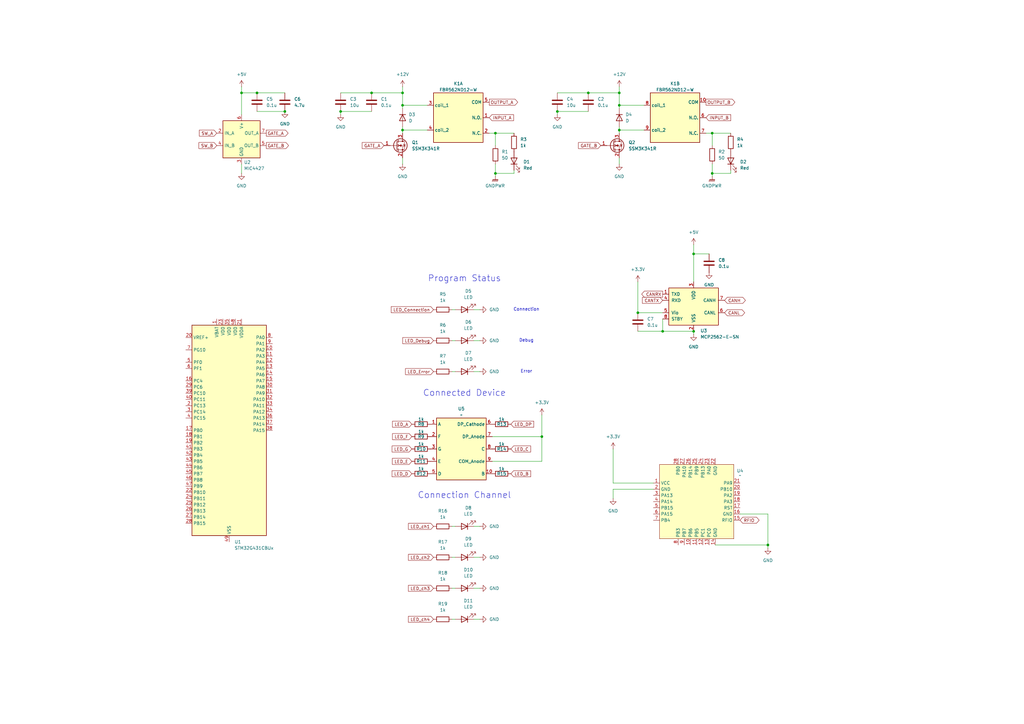
<source format=kicad_sch>
(kicad_sch (version 20231120) (generator "eeschema") (generator_version "8.0")
  (paper "A3")
  (lib_symbols
    (symbol "Device:C" (pin_numbers hide) (pin_names (offset 0.254))
      (property "Reference" "C" (at 0.635 2.54 0))
      (property "Value" "C" (at 0.635 -2.54 0))
      (symbol "C_0_1"
        (polyline (pts (xy -2.032 -0.762) (xy 2.032 -0.762)) (stroke (width 0.508)))
        (polyline (pts (xy -2.032 0.762) (xy 2.032 0.762)) (stroke (width 0.508)))
      )
      (symbol "C_1_1"
        (pin passive line (at 0 3.81 270) (length 2.794) (name "~") (number "1"))
        (pin passive line (at 0 -3.81 90) (length 2.794) (name "~") (number "2"))
      )
    )
    (symbol "Device:D" (pin_numbers hide) (pin_names (offset 1.016) hide)
      (property "Reference" "D" (at 0 2.54 0))
      (property "Value" "D" (at 0 -2.54 0))
      (symbol "D_0_1"
        (polyline (pts (xy -1.27 1.27) (xy -1.27 -1.27)) (stroke (width 0.254)))
        (polyline (pts (xy 1.27 0) (xy -1.27 0)))
        (polyline (pts (xy 1.27 1.27) (xy 1.27 -1.27) (xy -1.27 0) (xy 1.27 1.27)) (stroke (width 0.254)))
      )
      (symbol "D_1_1"
        (pin passive line (at -3.81 0 0) (length 2.54) (name "K") (number "1"))
        (pin passive line (at 3.81 0 180) (length 2.54) (name "A") (number "2"))
      )
    )
    (symbol "Device:LED" (pin_numbers hide) (pin_names (offset 1.016) hide)
      (property "Reference" "D" (at 0 2.54 0))
      (property "Value" "LED" (at 0 -2.54 0))
      (symbol "LED_0_1"
        (polyline (pts (xy -1.27 -1.27) (xy -1.27 1.27)) (stroke (width 0.254)))
        (polyline (pts (xy -1.27 0) (xy 1.27 0)))
        (polyline (pts (xy 1.27 -1.27) (xy 1.27 1.27) (xy -1.27 0) (xy 1.27 -1.27)) (stroke (width 0.254)))
        (polyline (pts (xy -3.048 -0.762) (xy -4.572 -2.286) (xy -3.81 -2.286) (xy -4.572 -2.286) (xy -4.572 -1.524)))
        (polyline (pts (xy -1.778 -0.762) (xy -3.302 -2.286) (xy -2.54 -2.286) (xy -3.302 -2.286) (xy -3.302 -1.524)))
      )
      (symbol "LED_1_1"
        (pin passive line (at -3.81 0 0) (length 2.54) (name "K") (number "1"))
        (pin passive line (at 3.81 0 180) (length 2.54) (name "A") (number "2"))
      )
    )
    (symbol "Device:Q_NMOS_GSD" (pin_names (offset 0) hide)
      (property "Reference" "Q" (at 5.08 1.27 0))
      (property "Value" "Q_NMOS_GSD" (at 5.08 -1.27 0))
      (symbol "Q_NMOS_GSD_0_1"
        (polyline (pts (xy 0.254 0) (xy -2.54 0)))
        (polyline (pts (xy 0.254 1.905) (xy 0.254 -1.905)) (stroke (width 0.254)))
        (polyline (pts (xy 0.762 -1.27) (xy 0.762 -2.286)) (stroke (width 0.254)))
        (polyline (pts (xy 0.762 0.508) (xy 0.762 -0.508)) (stroke (width 0.254)))
        (polyline (pts (xy 0.762 2.286) (xy 0.762 1.27)) (stroke (width 0.254)))
        (polyline (pts (xy 2.54 2.54) (xy 2.54 1.778)))
        (polyline (pts (xy 2.54 -2.54) (xy 2.54 0) (xy 0.762 0)))
        (polyline (pts (xy 0.762 -1.778) (xy 3.302 -1.778) (xy 3.302 1.778) (xy 0.762 1.778)))
        (polyline (pts (xy 1.016 0) (xy 2.032 0.381) (xy 2.032 -0.381) (xy 1.016 0)) (fill (type outline)))
        (polyline (pts (xy 2.794 0.508) (xy 2.921 0.381) (xy 3.683 0.381) (xy 3.81 0.254)))
        (polyline (pts (xy 3.302 0.381) (xy 2.921 -0.254) (xy 3.683 -0.254) (xy 3.302 0.381)))
        (circle (center 1.651 0) (radius 2.794) (stroke (width 0.254)))
        (circle (center 2.54 -1.778) (radius 0.254) (fill (type outline)))
        (circle (center 2.54 1.778) (radius 0.254) (fill (type outline)))
      )
      (symbol "Q_NMOS_GSD_1_1"
        (pin input line (at -5.08 0 0) (length 2.54) (name "G") (number "1"))
        (pin passive line (at 2.54 -5.08 90) (length 2.54) (name "S") (number "2"))
        (pin passive line (at 2.54 5.08 270) (length 2.54) (name "D") (number "3"))
      )
    )
    (symbol "Device:R" (pin_numbers hide) (pin_names (offset 0))
      (property "Reference" "R" (at 2.032 0 90))
      (property "Value" "R" (at 0 0 90))
      (symbol "R_0_1"
        (rectangle (start -1.016 -2.54) (end 1.016 2.54) (stroke (width 0.254)))
      )
      (symbol "R_1_1"
        (pin passive line (at 0 3.81 270) (length 1.27) (name "~") (number "1"))
        (pin passive line (at 0 -3.81 90) (length 1.27) (name "~") (number "2"))
      )
    )
    (symbol "Driver_FET:MIC4427"
      (property "Reference" "U" (at -7.62 8.89 0))
      (property "Value" "MIC4427" (at 1.27 8.89 0))
      (symbol "MIC4427_0_1"
        (rectangle (start -7.62 -7.62) (end 7.62 7.62) (stroke (width 0.254)) (fill (type background)))
      )
      (symbol "MIC4427_1_1"
        (pin no_connect line (at -7.62 0 0) (length 2.54) hide (name "NC") (number "1"))
        (pin input line (at -10.16 2.54 0) (length 2.54) (name "IN_A") (number "2"))
        (pin power_in line (at 0 -10.16 90) (length 2.54) (name "GND") (number "3"))
        (pin input line (at -10.16 -2.54 0) (length 2.54) (name "IN_B") (number "4"))
        (pin output line (at 10.16 -2.54 180) (length 2.54) (name "OUT_B") (number "5"))
        (pin power_in line (at 0 10.16 270) (length 2.54) (name "V+") (number "6"))
        (pin output line (at 10.16 2.54 180) (length 2.54) (name "OUT_A") (number "7"))
        (pin no_connect line (at 7.62 0 180) (length 2.54) hide (name "NC") (number "8"))
      )
    )
    (symbol "GN10_Parts:FBR562"
      (property "Reference" "K" (at 0 0 0))
      (property "Value" "FBR562ND12-W" (at 0 0 0))
      (symbol "FBR562_0_1"
        (rectangle (start -10.16 10.16) (end 10.16 -10.16) (stroke (width 0.254)) (fill (type background)))
      )
      (symbol "FBR562_1_1"
        (pin passive line (at 12.7 0 180) (length 2.54) (name "N.O.") (number "1"))
        (pin passive line (at 12.7 -6.35 180) (length 2.54) (name "N.C.") (number "2"))
        (pin passive line (at -12.7 5.08 0) (length 2.54) (name "coil_1") (number "3"))
        (pin passive line (at -12.7 -5.08 0) (length 2.54) (name "coil_2") (number "4"))
        (pin passive line (at 12.7 6.35 180) (length 2.54) (name "COM") (number "5"))
      )
      (symbol "FBR562_2_1"
        (pin passive line (at 12.7 6.35 180) (length 2.54) (name "COM") (number "10"))
        (pin passive line (at 12.7 0 180) (length 2.54) (name "N.O.") (number "6"))
        (pin passive line (at 12.7 -6.35 180) (length 2.54) (name "N.C.") (number "7"))
        (pin passive line (at -12.7 5.08 0) (length 2.54) (name "coil_1") (number "8"))
        (pin passive line (at -12.7 -5.08 0) (length 2.54) (name "coil_2") (number "9"))
      )
    )
    (symbol "GN10_Parts:OSL10326_IX"
      (property "Reference" "U" (at 0 13.97 0))
      (symbol "OSL10326_IX_1_1"
        (rectangle (start -10.16 12.7) (end 10.16 -12.7) (stroke (width 0.254)) (fill (type background)))
        (pin input line (at -12.7 10.16 0) (length 2.54) (name "A") (number "1"))
        (pin input line (at 12.7 -10.16 180) (length 2.54) (name "B") (number "10"))
        (pin input line (at -12.7 5.08 0) (length 2.54) (name "F") (number "2"))
        (pin input line (at -12.7 0 0) (length 2.54) (name "G") (number "3"))
        (pin input line (at -12.7 -5.08 0) (length 2.54) (name "E") (number "4"))
        (pin input line (at -12.7 -10.16 0) (length 2.54) (name "D") (number "5"))
        (pin input line (at 12.7 10.16 180) (length 2.54) (name "DP_Cathode") (number "6"))
        (pin input line (at 12.7 5.08 180) (length 2.54) (name "DP_Anode") (number "7"))
        (pin input line (at 12.7 0 180) (length 2.54) (name "C") (number "8"))
        (pin input line (at 12.7 -5.08 180) (length 2.54) (name "COM_Anode") (number "9"))
      )
    )
    (symbol "GN10_Parts:Wio-E5"
      (property "Reference" "U" (at 0 0 0))
      (symbol "Wio-E5_0_1"
        (rectangle (start -15.24 15.24) (end 15.24 -15.24) (fill (type background)))
      )
      (symbol "Wio-E5_1_1"
        (pin power_in line (at -17.78 7.62 0) (length 2.54) (name "VCC") (number "1"))
        (pin passive line (at -2.54 -17.78 90) (length 2.54) (name "PB6") (number "10"))
        (pin passive line (at 0 -17.78 90) (length 2.54) (name "PB5") (number "11"))
        (pin passive line (at 2.54 -17.78 90) (length 2.54) (name "PC1") (number "12"))
        (pin passive line (at 5.08 -17.78 90) (length 2.54) (name "PC0") (number "13"))
        (pin power_in line (at 7.62 -17.78 90) (length 2.54) (name "GND") (number "14"))
        (pin passive line (at 17.78 -7.62 180) (length 2.54) (name "RFIO") (number "15"))
        (pin power_in line (at 17.78 -5.08 180) (length 2.54) (name "GND") (number "16"))
        (pin passive line (at 17.78 -2.54 180) (length 2.54) (name "RST") (number "17"))
        (pin passive line (at 17.78 0 180) (length 2.54) (name "PA3") (number "18"))
        (pin passive line (at 17.78 2.54 180) (length 2.54) (name "PA2") (number "19"))
        (pin power_in line (at -17.78 5.08 0) (length 2.54) (name "GND") (number "2"))
        (pin passive line (at 17.78 5.08 180) (length 2.54) (name "PB10") (number "20"))
        (pin passive line (at 17.78 7.62 180) (length 2.54) (name "PA9") (number "21"))
        (pin power_in line (at 7.62 17.78 270) (length 2.54) (name "GND") (number "22"))
        (pin passive line (at 5.08 17.78 270) (length 2.54) (name "PA0") (number "23"))
        (pin passive line (at 2.54 17.78 270) (length 2.54) (name "PB13~{}") (number "24"))
        (pin passive line (at 0 17.78 270) (length 2.54) (name "PB9") (number "25"))
        (pin passive line (at -2.54 17.78 270) (length 2.54) (name "PB14") (number "26"))
        (pin passive line (at -5.08 17.78 270) (length 2.54) (name "PA10") (number "27"))
        (pin passive line (at -7.62 17.78 270) (length 2.54) (name "PB0") (number "28"))
        (pin passive line (at -17.78 2.54 0) (length 2.54) (name "PA13") (number "3"))
        (pin passive line (at -17.78 0 0) (length 2.54) (name "PA14") (number "4"))
        (pin passive line (at -17.78 -2.54 0) (length 2.54) (name "PB15") (number "5"))
        (pin passive line (at -17.78 -5.08 0) (length 2.54) (name "PA15") (number "6"))
        (pin passive line (at -17.78 -7.62 0) (length 2.54) (name "PB4") (number "7"))
        (pin passive line (at -7.62 -17.78 90) (length 2.54) (name "PB3") (number "8"))
        (pin passive line (at -5.08 -17.78 90) (length 2.54) (name "PB7") (number "9"))
      )
    )
    (symbol "Interface_CAN_LIN:MCP2562-E-SN" (pin_names (offset 1.016))
      (property "Reference" "U" (at -10.16 8.89 0))
      (property "Value" "MCP2562-E-SN" (at 2.54 8.89 0))
      (symbol "MCP2562-E-SN_0_1"
        (rectangle (start -10.16 7.62) (end 10.16 -7.62) (stroke (width 0.254)) (fill (type background)))
      )
      (symbol "MCP2562-E-SN_1_1"
        (pin input line (at -12.7 5.08 0) (length 2.54) (name "TXD") (number "1"))
        (pin power_in line (at 0 -10.16 90) (length 2.54) (name "VSS") (number "2"))
        (pin power_in line (at 0 10.16 270) (length 2.54) (name "VDD") (number "3"))
        (pin output line (at -12.7 2.54 0) (length 2.54) (name "RXD") (number "4"))
        (pin power_in line (at -12.7 -2.54 0) (length 2.54) (name "Vio") (number "5"))
        (pin bidirectional line (at 12.7 -2.54 180) (length 2.54) (name "CANL") (number "6"))
        (pin bidirectional line (at 12.7 2.54 180) (length 2.54) (name "CANH") (number "7"))
        (pin input line (at -12.7 -5.08 0) (length 2.54) (name "STBY") (number "8"))
      )
    )
    (symbol "MCU_ST_STM32G4:STM32G431CBUx"
      (property "Reference" "U" (at -15.24 44.45 0))
      (property "Value" "STM32G431CBUx" (at 7.62 44.45 0))
      (symbol "STM32G431CBUx_0_1"
        (rectangle (start -15.24 -43.18) (end 15.24 43.18) (stroke (width 0.254)) (fill (type background)))
      )
      (symbol "STM32G431CBUx_1_1"
        (pin power_in line (at -5.08 45.72 270) (length 2.54) (name "VBAT") (number "1"))
        (pin bidirectional line (at 17.78 33.02 180) (length 2.54) (name "PA2") (number "10"))
        (pin bidirectional line (at 17.78 30.48 180) (length 2.54) (name "PA3") (number "11"))
        (pin bidirectional line (at 17.78 27.94 180) (length 2.54) (name "PA4") (number "12"))
        (pin bidirectional line (at 17.78 25.4 180) (length 2.54) (name "PA5") (number "13"))
        (pin bidirectional line (at 17.78 22.86 180) (length 2.54) (name "PA6") (number "14"))
        (pin bidirectional line (at 17.78 20.32 180) (length 2.54) (name "PA7") (number "15"))
        (pin bidirectional line (at -17.78 20.32 0) (length 2.54) (name "PC4") (number "16"))
        (pin bidirectional line (at -17.78 0 0) (length 2.54) (name "PB0") (number "17"))
        (pin bidirectional line (at -17.78 -2.54 0) (length 2.54) (name "PB1") (number "18"))
        (pin bidirectional line (at -17.78 -5.08 0) (length 2.54) (name "PB2") (number "19"))
        (pin bidirectional line (at -17.78 10.16 0) (length 2.54) (name "PC13") (number "2"))
        (pin input line (at -17.78 38.1 0) (length 2.54) (name "VREF+") (number "20"))
        (pin power_in line (at 5.08 45.72 270) (length 2.54) (name "VDDA") (number "21"))
        (pin bidirectional line (at -17.78 -25.4 0) (length 2.54) (name "PB10") (number "22"))
        (pin power_in line (at -2.54 45.72 270) (length 2.54) (name "VDD") (number "23"))
        (pin bidirectional line (at -17.78 -27.94 0) (length 2.54) (name "PB11") (number "24"))
        (pin bidirectional line (at -17.78 -30.48 0) (length 2.54) (name "PB12") (number "25"))
        (pin bidirectional line (at -17.78 -33.02 0) (length 2.54) (name "PB13") (number "26"))
        (pin bidirectional line (at -17.78 -35.56 0) (length 2.54) (name "PB14") (number "27"))
        (pin bidirectional line (at -17.78 -38.1 0) (length 2.54) (name "PB15") (number "28"))
        (pin bidirectional line (at -17.78 17.78 0) (length 2.54) (name "PC6") (number "29"))
        (pin bidirectional line (at -17.78 7.62 0) (length 2.54) (name "PC14") (number "3"))
        (pin bidirectional line (at 17.78 17.78 180) (length 2.54) (name "PA8") (number "30"))
        (pin bidirectional line (at 17.78 15.24 180) (length 2.54) (name "PA9") (number "31"))
        (pin bidirectional line (at 17.78 12.7 180) (length 2.54) (name "PA10") (number "32"))
        (pin bidirectional line (at 17.78 10.16 180) (length 2.54) (name "PA11") (number "33"))
        (pin bidirectional line (at 17.78 7.62 180) (length 2.54) (name "PA12") (number "34"))
        (pin power_in line (at 0 45.72 270) (length 2.54) (name "VDD") (number "35"))
        (pin bidirectional line (at 17.78 5.08 180) (length 2.54) (name "PA13") (number "36"))
        (pin bidirectional line (at 17.78 2.54 180) (length 2.54) (name "PA14") (number "37"))
        (pin bidirectional line (at 17.78 0 180) (length 2.54) (name "PA15") (number "38"))
        (pin bidirectional line (at -17.78 15.24 0) (length 2.54) (name "PC10") (number "39"))
        (pin bidirectional line (at -17.78 5.08 0) (length 2.54) (name "PC15") (number "4"))
        (pin bidirectional line (at -17.78 12.7 0) (length 2.54) (name "PC11") (number "40"))
        (pin bidirectional line (at -17.78 -7.62 0) (length 2.54) (name "PB3") (number "41"))
        (pin bidirectional line (at -17.78 -10.16 0) (length 2.54) (name "PB4") (number "42"))
        (pin bidirectional line (at -17.78 -12.7 0) (length 2.54) (name "PB5") (number "43"))
        (pin bidirectional line (at -17.78 -15.24 0) (length 2.54) (name "PB6") (number "44"))
        (pin bidirectional line (at -17.78 -17.78 0) (length 2.54) (name "PB7") (number "45"))
        (pin bidirectional line (at -17.78 -20.32 0) (length 2.54) (name "PB8") (number "46"))
        (pin bidirectional line (at -17.78 -22.86 0) (length 2.54) (name "PB9") (number "47"))
        (pin power_in line (at 2.54 45.72 270) (length 2.54) (name "VDD") (number "48"))
        (pin power_in line (at 0 -45.72 90) (length 2.54) (name "VSS") (number "49"))
        (pin bidirectional line (at -17.78 27.94 0) (length 2.54) (name "PF0") (number "5"))
        (pin bidirectional line (at -17.78 25.4 0) (length 2.54) (name "PF1") (number "6"))
        (pin bidirectional line (at -17.78 33.02 0) (length 2.54) (name "PG10") (number "7"))
        (pin bidirectional line (at 17.78 38.1 180) (length 2.54) (name "PA0") (number "8"))
        (pin bidirectional line (at 17.78 35.56 180) (length 2.54) (name "PA1") (number "9"))
      )
    )
    (symbol "power:+12V" (power) (pin_numbers hide) (pin_names (offset 0) hide)
      (property "Value" "+12V" (at 0 3.556 0))
      (symbol "+12V_0_1"
        (polyline (pts (xy -0.762 1.27) (xy 0 2.54)))
        (polyline (pts (xy 0 0) (xy 0 2.54)))
        (polyline (pts (xy 0 2.54) (xy 0.762 1.27)))
      )
      (symbol "+12V_1_1"
        (pin power_in line (at 0 0 90) (length 0) (name "~") (number "1"))
      )
    )
    (symbol "power:+3.3V" (power) (pin_numbers hide) (pin_names (offset 0) hide)
      (property "Value" "+3.3V" (at 0 3.556 0))
      (symbol "+3.3V_0_1"
        (polyline (pts (xy -0.762 1.27) (xy 0 2.54)))
        (polyline (pts (xy 0 0) (xy 0 2.54)))
        (polyline (pts (xy 0 2.54) (xy 0.762 1.27)))
      )
      (symbol "+3.3V_1_1"
        (pin power_in line (at 0 0 90) (length 0) (name "~") (number "1"))
      )
    )
    (symbol "power:+5V" (power) (pin_numbers hide) (pin_names (offset 0) hide)
      (property "Value" "+5V" (at 0 3.556 0))
      (symbol "+5V_0_1"
        (polyline (pts (xy -0.762 1.27) (xy 0 2.54)))
        (polyline (pts (xy 0 0) (xy 0 2.54)))
        (polyline (pts (xy 0 2.54) (xy 0.762 1.27)))
      )
      (symbol "+5V_1_1"
        (pin power_in line (at 0 0 90) (length 0) (name "~") (number "1"))
      )
    )
    (symbol "power:GND" (power) (pin_numbers hide) (pin_names (offset 0) hide)
      (property "Value" "GND" (at 0 -3.81 0))
      (symbol "GND_0_1"
        (polyline (pts (xy 0 0) (xy 0 -1.27) (xy 1.27 -1.27) (xy 0 -2.54) (xy -1.27 -1.27) (xy 0 -1.27)))
      )
      (symbol "GND_1_1"
        (pin power_in line (at 0 0 270) (length 0) (name "~") (number "1"))
      )
    )
    (symbol "power:GNDPWR" (power) (pin_numbers hide) (pin_names (offset 0) hide)
      (property "Value" "GNDPWR" (at 0 -3.302 0))
      (symbol "GNDPWR_0_1"
        (polyline (pts (xy 0 -1.27) (xy 0 0)))
        (polyline (pts (xy -1.016 -1.27) (xy -1.27 -2.032) (xy -1.27 -2.032)) (stroke (width 0.2032)))
        (polyline (pts (xy -0.508 -1.27) (xy -0.762 -2.032) (xy -0.762 -2.032)) (stroke (width 0.2032)))
        (polyline (pts (xy 0 -1.27) (xy -0.254 -2.032) (xy -0.254 -2.032)) (stroke (width 0.2032)))
        (polyline (pts (xy 0.508 -1.27) (xy 0.254 -2.032) (xy 0.254 -2.032)) (stroke (width 0.2032)))
        (polyline (pts (xy 1.016 -1.27) (xy -1.016 -1.27) (xy -1.016 -1.27)) (stroke (width 0.2032)))
        (polyline (pts (xy 1.016 -1.27) (xy 0.762 -2.032) (xy 0.762 -2.032) (xy 0.762 -2.032)) (stroke (width 0.2032)))
      )
      (symbol "GNDPWR_1_1"
        (pin power_in line (at 0 0 270) (length 0) (name "~") (number "1"))
      )
    )
  )
  (junction (at 314.96 223.52))
  (junction (at 203.2 54.61))
  (junction (at 99.06 38.1))
  (junction (at 254 38.1))
  (junction (at 139.7 45.72))
  (junction (at 116.84 45.72))
  (junction (at 254 53.34))
  (junction (at 292.1 54.61))
  (junction (at 152.4 38.1))
  (junction (at 228.6 45.72))
  (junction (at 165.1 38.1))
  (junction (at 165.1 53.34))
  (junction (at 284.48 104.14))
  (junction (at 203.2 71.12))
  (junction (at 222.25 179.07))
  (junction (at 271.78 135.89))
  (junction (at 241.3 38.1))
  (junction (at 284.48 135.89))
  (junction (at 292.1 71.12))
  (junction (at 105.41 38.1))
  (junction (at 165.1 43.18))
  (junction (at 261.62 128.27))
  (junction (at 254 43.18))
  (wire (pts (xy 222.25 170.18) (xy 222.25 179.07)))
  (wire (pts (xy 251.46 204.47) (xy 251.46 200.66)))
  (wire (pts (xy 185.42 254) (xy 186.69 254)))
  (wire (pts (xy 292.1 67.31) (xy 292.1 71.12)))
  (wire (pts (xy 105.41 38.1) (xy 116.84 38.1)))
  (wire (pts (xy 194.31 152.4) (xy 196.85 152.4)))
  (wire (pts (xy 201.93 179.07) (xy 222.25 179.07)))
  (wire (pts (xy 139.7 45.72) (xy 152.4 45.72)))
  (wire (pts (xy 203.2 67.31) (xy 203.2 71.12)))
  (wire (pts (xy 292.1 59.69) (xy 292.1 54.61)))
  (wire (pts (xy 299.72 71.12) (xy 292.1 71.12)))
  (wire (pts (xy 139.7 46.99) (xy 139.7 45.72)))
  (wire (pts (xy 292.1 54.61) (xy 299.72 54.61)))
  (wire (pts (xy 194.31 215.9) (xy 196.85 215.9)))
  (wire (pts (xy 165.1 53.34) (xy 165.1 54.61)))
  (wire (pts (xy 194.31 254) (xy 196.85 254)))
  (wire (pts (xy 194.31 241.3) (xy 196.85 241.3)))
  (wire (pts (xy 314.96 223.52) (xy 314.96 210.82)))
  (wire (pts (xy 292.1 71.12) (xy 292.1 72.39)))
  (wire (pts (xy 254 64.77) (xy 254 67.31)))
  (wire (pts (xy 165.1 43.18) (xy 165.1 44.45)))
  (wire (pts (xy 194.31 228.6) (xy 196.85 228.6)))
  (wire (pts (xy 292.1 54.61) (xy 289.56 54.61)))
  (wire (pts (xy 251.46 198.12) (xy 267.97 198.12)))
  (wire (pts (xy 203.2 54.61) (xy 200.66 54.61)))
  (wire (pts (xy 165.1 38.1) (xy 165.1 43.18)))
  (wire (pts (xy 185.42 241.3) (xy 186.69 241.3)))
  (wire (pts (xy 165.1 43.18) (xy 175.26 43.18)))
  (wire (pts (xy 271.78 135.89) (xy 284.48 135.89)))
  (wire (pts (xy 210.82 69.85) (xy 210.82 71.12)))
  (wire (pts (xy 185.42 215.9) (xy 186.69 215.9)))
  (wire (pts (xy 254 53.34) (xy 264.16 53.34)))
  (wire (pts (xy 203.2 54.61) (xy 210.82 54.61)))
  (wire (pts (xy 185.42 228.6) (xy 186.69 228.6)))
  (wire (pts (xy 165.1 64.77) (xy 165.1 67.31)))
  (wire (pts (xy 284.48 135.89) (xy 284.48 137.16)))
  (wire (pts (xy 228.6 45.72) (xy 228.6 46.99)))
  (wire (pts (xy 203.2 59.69) (xy 203.2 54.61)))
  (wire (pts (xy 152.4 38.1) (xy 165.1 38.1)))
  (wire (pts (xy 175.26 53.34) (xy 165.1 53.34)))
  (wire (pts (xy 284.48 104.14) (xy 290.83 104.14)))
  (wire (pts (xy 284.48 100.33) (xy 284.48 104.14)))
  (wire (pts (xy 210.82 71.12) (xy 203.2 71.12)))
  (wire (pts (xy 271.78 130.81) (xy 271.78 135.89)))
  (wire (pts (xy 165.1 35.56) (xy 165.1 38.1)))
  (wire (pts (xy 261.62 135.89) (xy 271.78 135.89)))
  (wire (pts (xy 222.25 179.07) (xy 222.25 189.23)))
  (wire (pts (xy 99.06 38.1) (xy 99.06 46.99)))
  (wire (pts (xy 314.96 224.79) (xy 314.96 223.52)))
  (wire (pts (xy 254 35.56) (xy 254 38.1)))
  (wire (pts (xy 228.6 45.72) (xy 241.3 45.72)))
  (wire (pts (xy 254 52.07) (xy 254 53.34)))
  (wire (pts (xy 261.62 115.57) (xy 261.62 128.27)))
  (wire (pts (xy 165.1 53.34) (xy 165.1 52.07)))
  (wire (pts (xy 299.72 69.85) (xy 299.72 71.12)))
  (wire (pts (xy 241.3 38.1) (xy 254 38.1)))
  (wire (pts (xy 314.96 210.82) (xy 303.53 210.82)))
  (wire (pts (xy 254 54.61) (xy 254 53.34)))
  (wire (pts (xy 194.31 127) (xy 196.85 127)))
  (wire (pts (xy 254 43.18) (xy 254 44.45)))
  (wire (pts (xy 293.37 223.52) (xy 314.96 223.52)))
  (wire (pts (xy 139.7 38.1) (xy 152.4 38.1)))
  (wire (pts (xy 185.42 152.4) (xy 186.69 152.4)))
  (wire (pts (xy 228.6 38.1) (xy 241.3 38.1)))
  (wire (pts (xy 105.41 45.72) (xy 116.84 45.72)))
  (wire (pts (xy 99.06 38.1) (xy 105.41 38.1)))
  (wire (pts (xy 99.06 35.56) (xy 99.06 38.1)))
  (wire (pts (xy 254 38.1) (xy 254 43.18)))
  (wire (pts (xy 254 43.18) (xy 264.16 43.18)))
  (wire (pts (xy 251.46 184.15) (xy 251.46 198.12)))
  (wire (pts (xy 284.48 104.14) (xy 284.48 115.57)))
  (wire (pts (xy 194.31 139.7) (xy 196.85 139.7)))
  (wire (pts (xy 251.46 200.66) (xy 267.97 200.66)))
  (wire (pts (xy 185.42 139.7) (xy 186.69 139.7)))
  (wire (pts (xy 261.62 128.27) (xy 271.78 128.27)))
  (wire (pts (xy 99.06 67.31) (xy 99.06 71.12)))
  (wire (pts (xy 203.2 71.12) (xy 203.2 72.39)))
  (wire (pts (xy 222.25 189.23) (xy 201.93 189.23)))
  (wire (pts (xy 185.42 127) (xy 186.69 127)))
  (text "Debug" (at 215.9 139.7 0) (effects (font (size 1.27 1.27))))
  (text "Connected Device" (at 190.5 161.29 0) (effects (font (size 2.54 2.54))))
  (text "Connection" (at 215.9 127 0) (effects (font (size 1.27 1.27))))
  (text "Connection Channel" (at 190.5 203.2 0) (effects (font (size 2.54 2.54))))
  (text "Program Status" (at 190.5 114.3 0) (effects (font (size 2.54 2.54))))
  (text "Error" (at 215.8999 152.3954 0) (effects (font (size 1.27 1.27))))
  (global_label "LED_Error" (shape input) (at 177.8 152.4 180) (property "Intersheetrefs" "${INTERSHEET_REFS}" (effects (hide yes))))
  (global_label "GATE_A" (shape output) (at 109.22 54.61 0) (property "Intersheetrefs" "${INTERSHEET_REFS}" (effects (hide yes))))
  (global_label "CANRX" (shape output) (at 271.78 120.65 180) (property "Intersheetrefs" "${INTERSHEET_REFS}" (effects (hide yes))))
  (global_label "LED_A" (shape input) (at 168.91 173.99 180) (property "Intersheetrefs" "${INTERSHEET_REFS}" (effects (hide yes))))
  (global_label "LED_ch1" (shape input) (at 177.8 215.9 180) (property "Intersheetrefs" "${INTERSHEET_REFS}" (effects (hide yes))))
  (global_label "LED_ch3" (shape input) (at 177.8 241.3 180) (property "Intersheetrefs" "${INTERSHEET_REFS}" (effects (hide yes))))
  (global_label "CANTX" (shape input) (at 271.78 123.19 180) (property "Intersheetrefs" "${INTERSHEET_REFS}" (effects (hide yes))))
  (global_label "CANH" (shape bidirectional) (at 297.18 123.19 0) (property "Intersheetrefs" "${INTERSHEET_REFS}" (effects (hide yes))))
  (global_label "LED_Connection" (shape input) (at 177.8 127 180) (property "Intersheetrefs" "${INTERSHEET_REFS}" (effects (hide yes))))
  (global_label "SW_A" (shape input) (at 88.9 54.61 180) (property "Intersheetrefs" "${INTERSHEET_REFS}" (effects (hide yes))))
  (global_label "LED_E" (shape input) (at 168.91 189.23 180) (property "Intersheetrefs" "${INTERSHEET_REFS}" (effects (hide yes))))
  (global_label "LED_DP" (shape input) (at 209.55 173.99 0) (property "Intersheetrefs" "${INTERSHEET_REFS}" (effects (hide yes))))
  (global_label "LED_B" (shape input) (at 209.55 194.31 0) (property "Intersheetrefs" "${INTERSHEET_REFS}" (effects (hide yes))))
  (global_label "INPUT_A" (shape input) (at 200.66 48.26 0) (property "Intersheetrefs" "${INTERSHEET_REFS}" (effects (hide yes))))
  (global_label "GATE_A" (shape input) (at 157.48 59.69 180) (property "Intersheetrefs" "${INTERSHEET_REFS}" (effects (hide yes))))
  (global_label "GATE_B" (shape output) (at 109.22 59.69 0) (property "Intersheetrefs" "${INTERSHEET_REFS}" (effects (hide yes))))
  (global_label "LED_Debug" (shape input) (at 177.8 139.7 180) (property "Intersheetrefs" "${INTERSHEET_REFS}" (effects (hide yes))))
  (global_label "OUTPUT_B" (shape output) (at 289.56 41.91 0) (property "Intersheetrefs" "${INTERSHEET_REFS}" (effects (hide yes))))
  (global_label "LED_G" (shape input) (at 168.91 184.15 180) (property "Intersheetrefs" "${INTERSHEET_REFS}" (effects (hide yes))))
  (global_label "OUTPUT_A" (shape output) (at 200.66 41.91 0) (property "Intersheetrefs" "${INTERSHEET_REFS}" (effects (hide yes))))
  (global_label "GATE_B" (shape input) (at 246.38 59.69 180) (property "Intersheetrefs" "${INTERSHEET_REFS}" (effects (hide yes))))
  (global_label "LED_C" (shape input) (at 209.55 184.15 0) (property "Intersheetrefs" "${INTERSHEET_REFS}" (effects (hide yes))))
  (global_label "LED_F" (shape input) (at 168.91 179.07 180) (property "Intersheetrefs" "${INTERSHEET_REFS}" (effects (hide yes))))
  (global_label "INPUT_B" (shape input) (at 289.56 48.26 0) (property "Intersheetrefs" "${INTERSHEET_REFS}" (effects (hide yes))))
  (global_label "LED_ch2" (shape input) (at 177.8 228.6 180) (property "Intersheetrefs" "${INTERSHEET_REFS}" (effects (hide yes))))
  (global_label "LED_ch4" (shape input) (at 177.8 254 180) (property "Intersheetrefs" "${INTERSHEET_REFS}" (effects (hide yes))))
  (global_label "LED_D" (shape input) (at 168.91 194.31 180) (property "Intersheetrefs" "${INTERSHEET_REFS}" (effects (hide yes))))
  (global_label "RFIO" (shape bidirectional) (at 303.53 213.36 0) (property "Intersheetrefs" "${INTERSHEET_REFS}" (effects (hide yes))))
  (global_label "SW_B" (shape input) (at 88.9 59.69 180) (property "Intersheetrefs" "${INTERSHEET_REFS}" (effects (hide yes))))
  (global_label "CANL" (shape bidirectional) (at 297.18 128.27 0) (property "Intersheetrefs" "${INTERSHEET_REFS}" (effects (hide yes))))
  (symbol (lib_id "Device:R") (at 205.74 194.31 90) (unit 1)
    (property "Reference" "R15" (at 205.74 194.31 90))
    (property "Value" "1k" (at 205.74 192.278 90))
    (property "Description" "Resistor" (effects (hide yes)))
  )
  (symbol (lib_id "power:+3.3V") (at 222.25 170.18 0) (unit 1)
    (property "Reference" "#PWR022" (effects (hide yes)))
    (property "Value" "+3.3V" (at 222.25 165.1 0))
    (property "Description" "Power symbol creates a global label with name \"+3.3V\"" (effects (hide yes)))
  )
  (symbol (lib_id "Device:D") (at 254 48.26 270) (unit 1)
    (property "Reference" "D4" (at 256.54 46.9899 90) (effects (justify left)))
    (property "Value" "D" (at 256.54 49.5299 90) (effects (justify left)))
    (property "Description" "Diode" (effects (hide yes)))
    (property "Sim.Device" "D" (effects (hide yes)))
    (property "Sim.Pins" "1=K 2=A" (effects (hide yes)))
  )
  (symbol (lib_id "Device:LED") (at 190.5 152.4 180) (unit 1)
    (property "Reference" "D7" (at 192.0875 144.78 0))
    (property "Value" "LED" (at 192.0875 147.32 0))
    (property "Description" "Light emitting diode" (effects (hide yes)))
  )
  (symbol (lib_id "power:GND") (at 254 67.31 0) (unit 1)
    (property "Reference" "#PWR06" (effects (hide yes)))
    (property "Value" "GND" (at 254 72.39 0))
    (property "Description" "Power symbol creates a global label with name \"GND\" , ground" (effects (hide yes)))
  )
  (symbol (lib_id "Device:R") (at 181.61 139.7 90) (unit 1)
    (property "Reference" "R6" (at 181.61 133.35 90))
    (property "Value" "1k" (at 181.61 135.89 90))
    (property "Description" "Resistor" (effects (hide yes)))
  )
  (symbol (lib_id "power:GND") (at 165.1 67.31 0) (unit 1)
    (property "Reference" "#PWR05" (effects (hide yes)))
    (property "Value" "GND" (at 165.1 72.39 0))
    (property "Description" "Power symbol creates a global label with name \"GND\" , ground" (effects (hide yes)))
  )
  (symbol (lib_id "GN10_Parts:FBR562") (at 276.86 48.26 0) (unit 2)
    (property "Reference" "K1" (at 276.86 34.29 0))
    (property "Value" "FBR562ND12-W" (at 276.86 36.83 0))
    (property "Footprint" "GN10_Parts:FBR562" (effects (hide yes)))
    (property "Datasheet" "https://docs.rs-online.com/b128/A700000006723828.pdf" (effects (hide yes)))
    (property "Description" "生産終了品" (effects (hide yes)))
  )
  (symbol (lib_id "Device:R") (at 172.72 194.31 90) (unit 1)
    (property "Reference" "R12" (at 172.72 194.31 90))
    (property "Value" "1k" (at 172.72 192.278 90))
    (property "Description" "Resistor" (effects (hide yes)))
  )
  (symbol (lib_id "Device:C") (at 290.83 107.95 0) (unit 1)
    (property "Reference" "C8" (at 294.64 106.6799 0) (effects (justify left)))
    (property "Value" "0.1u" (at 294.64 109.2199 0) (effects (justify left)))
    (property "Description" "Unpolarized capacitor" (effects (hide yes)))
  )
  (symbol (lib_id "power:GND") (at 196.85 228.6 90) (unit 1)
    (property "Reference" "#PWR024" (effects (hide yes)))
    (property "Value" "GND" (at 200.66 228.5999 90) (effects (justify right)))
    (property "Description" "Power symbol creates a global label with name \"GND\" , ground" (effects (hide yes)))
  )
  (symbol (lib_id "power:GND") (at 139.7 46.99 0) (unit 1)
    (property "Reference" "#PWR011" (effects (hide yes)))
    (property "Value" "GND" (at 139.7 52.07 0))
    (property "Description" "Power symbol creates a global label with name \"GND\" , ground" (effects (hide yes)))
  )
  (symbol (lib_id "power:GND") (at 196.85 215.9 90) (unit 1)
    (property "Reference" "#PWR023" (effects (hide yes)))
    (property "Value" "GND" (at 200.66 215.8999 90) (effects (justify right)))
    (property "Description" "Power symbol creates a global label with name \"GND\" , ground" (effects (hide yes)))
  )
  (symbol (lib_id "Device:R") (at 292.1 63.5 0) (unit 1)
    (property "Reference" "R2" (at 294.64 62.2299 0) (effects (justify left)))
    (property "Value" "50" (at 294.64 64.7699 0) (effects (justify left)))
    (property "Description" "Resistor" (effects (hide yes)))
  )
  (symbol (lib_id "Device:LED") (at 190.5 228.6 180) (unit 1)
    (property "Reference" "D9" (at 192.0875 220.98 0))
    (property "Value" "LED" (at 192.0875 223.52 0))
    (property "Description" "Light emitting diode" (effects (hide yes)))
  )
  (symbol (lib_id "power:GND") (at 196.85 254 90) (unit 1)
    (property "Reference" "#PWR026" (effects (hide yes)))
    (property "Value" "GND" (at 200.66 253.9999 90) (effects (justify right)))
    (property "Description" "Power symbol creates a global label with name \"GND\" , ground" (effects (hide yes)))
  )
  (symbol (lib_id "GN10_Parts:OSL10326_IX") (at 189.23 184.15 0) (unit 1)
    (property "Reference" "U5" (at 189.23 167.64 0))
    (property "Value" "~" (at 189.23 170.18 0))
  )
  (symbol (lib_id "power:GND") (at 290.83 111.76 0) (unit 1)
    (property "Reference" "#PWR015" (effects (hide yes)))
    (property "Value" "GND" (at 290.83 116.84 0))
    (property "Description" "Power symbol creates a global label with name \"GND\" , ground" (effects (hide yes)))
  )
  (symbol (lib_id "power:GND") (at 99.06 71.12 0) (unit 1)
    (property "Reference" "#PWR09" (effects (hide yes)))
    (property "Value" "GND" (at 99.06 76.2 0))
    (property "Description" "Power symbol creates a global label with name \"GND\" , ground" (effects (hide yes)))
  )
  (symbol (lib_id "Device:R") (at 172.72 173.99 90) (unit 1)
    (property "Reference" "R8" (at 172.72 173.99 90))
    (property "Value" "1k" (at 172.72 171.958 90))
    (property "Description" "Resistor" (effects (hide yes)))
  )
  (symbol (lib_id "Device:Q_NMOS_GSD") (at 251.46 59.69 0) (unit 1)
    (property "Reference" "Q2" (at 257.81 58.4199 0) (effects (justify left)))
    (property "Value" "SSM3K341R" (at 257.81 60.9599 0) (effects (justify left)))
    (property "Description" "N-MOSFET transistor, gate/source/drain" (effects (hide yes)))
  )
  (symbol (lib_id "Device:D") (at 165.1 48.26 270) (unit 1)
    (property "Reference" "D3" (at 167.64 46.9899 90) (effects (justify left)))
    (property "Value" "D" (at 167.64 49.5299 90) (effects (justify left)))
    (property "Description" "Diode" (effects (hide yes)))
    (property "Sim.Device" "D" (effects (hide yes)))
    (property "Sim.Pins" "1=K 2=A" (effects (hide yes)))
  )
  (symbol (lib_id "Device:C") (at 105.41 41.91 0) (unit 1)
    (property "Reference" "C5" (at 109.22 40.6399 0) (effects (justify left)))
    (property "Value" "0.1u" (at 109.22 43.1799 0) (effects (justify left)))
    (property "Description" "Unpolarized capacitor" (effects (hide yes)))
  )
  (symbol (lib_id "MCU_ST_STM32G4:STM32G431CBUx") (at 93.98 176.53 0) (unit 1)
    (property "Reference" "U1" (at 96.1741 222.25 0) (effects (justify left)))
    (property "Value" "STM32G431CBUx" (at 96.1741 224.79 0) (effects (justify left)))
    (property "Footprint" "Package_DFN_QFN:QFN-48-1EP_7x7mm_P0.5mm_EP5.6x5.6mm" (effects (hide yes)))
    (property "Datasheet" "https://www.st.com/resource/en/datasheet/stm32g431cb.pdf" (effects (hide yes)))
    (property "Description" "STMicroelectronics Arm Cortex-M4 MCU, 128KB flash, 32KB RAM, 170 MHz, 1.71-3.6V, 42 GPIO, UFQFPN48" (effects (hide yes)))
  )
  (symbol (lib_id "Device:R") (at 181.61 254 90) (unit 1)
    (property "Reference" "R19" (at 181.61 247.65 90))
    (property "Value" "1k" (at 181.61 250.19 90))
    (property "Description" "Resistor" (effects (hide yes)))
  )
  (symbol (lib_id "GN10_Parts:FBR562") (at 187.96 48.26 0) (unit 1)
    (property "Reference" "K1" (at 187.96 34.29 0))
    (property "Value" "FBR562ND12-W" (at 187.96 36.83 0))
    (property "Footprint" "GN10_Parts:FBR562" (effects (hide yes)))
    (property "Datasheet" "https://docs.rs-online.com/b128/A700000006723828.pdf" (effects (hide yes)))
    (property "Description" "生産終了品" (effects (hide yes)))
  )
  (symbol (lib_id "power:GND") (at 284.48 137.16 0) (unit 1)
    (property "Reference" "#PWR013" (effects (hide yes)))
    (property "Value" "GND" (at 284.48 142.24 0))
    (property "Description" "Power symbol creates a global label with name \"GND\" , ground" (effects (hide yes)))
  )
  (symbol (lib_id "power:GND") (at 196.85 139.7 90) (unit 1)
    (property "Reference" "#PWR020" (effects (hide yes)))
    (property "Value" "GND" (at 200.66 139.6999 90) (effects (justify right)))
    (property "Description" "Power symbol creates a global label with name \"GND\" , ground" (effects (hide yes)))
  )
  (symbol (lib_id "Device:R") (at 205.74 173.99 90) (unit 1)
    (property "Reference" "R13" (at 205.74 173.99 90))
    (property "Value" "1k" (at 205.74 171.958 90))
    (property "Description" "Resistor" (effects (hide yes)))
  )
  (symbol (lib_id "Device:R") (at 205.74 184.15 90) (unit 1)
    (property "Reference" "R14" (at 205.74 184.15 90))
    (property "Value" "1k" (at 205.74 182.118 90))
    (property "Description" "Resistor" (effects (hide yes)))
  )
  (symbol (lib_id "Device:C") (at 116.84 41.91 0) (unit 1)
    (property "Reference" "C6" (at 120.65 40.6399 0) (effects (justify left)))
    (property "Value" "4.7u" (at 120.65 43.1799 0) (effects (justify left)))
    (property "Description" "Unpolarized capacitor" (effects (hide yes)))
  )
  (symbol (lib_id "power:+3.3V") (at 261.62 115.57 0) (unit 1)
    (property "Reference" "#PWR012" (effects (hide yes)))
    (property "Value" "+3.3V" (at 261.62 110.49 0))
    (property "Description" "Power symbol creates a global label with name \"+3.3V\"" (effects (hide yes)))
  )
  (symbol (lib_id "Device:LED") (at 190.5 254 180) (unit 1)
    (property "Reference" "D11" (at 192.0875 246.38 0))
    (property "Value" "LED" (at 192.0875 248.92 0))
    (property "Description" "Light emitting diode" (effects (hide yes)))
  )
  (symbol (lib_id "Device:R") (at 181.61 215.9 90) (unit 1)
    (property "Reference" "R16" (at 181.61 209.55 90))
    (property "Value" "1k" (at 181.61 212.09 90))
    (property "Description" "Resistor" (effects (hide yes)))
  )
  (symbol (lib_id "power:GNDPWR") (at 203.2 72.39 0) (unit 1)
    (property "Reference" "#PWR01" (effects (hide yes)))
    (property "Value" "GNDPWR" (at 203.073 76.2 0))
    (property "Description" "Power symbol creates a global label with name \"GNDPWR\" , global ground" (effects (hide yes)))
  )
  (symbol (lib_id "power:GND") (at 228.6 46.99 0) (unit 1)
    (property "Reference" "#PWR010" (effects (hide yes)))
    (property "Value" "GND" (at 228.6 52.07 0))
    (property "Description" "Power symbol creates a global label with name \"GND\" , ground" (effects (hide yes)))
  )
  (symbol (lib_id "power:GND") (at 251.46 204.47 0) (unit 1)
    (property "Reference" "#PWR017" (effects (hide yes)))
    (property "Value" "GND" (at 251.46 209.55 0))
    (property "Description" "Power symbol creates a global label with name \"GND\" , ground" (effects (hide yes)))
  )
  (symbol (lib_id "power:+5V") (at 284.48 100.33 0) (unit 1)
    (property "Reference" "#PWR014" (effects (hide yes)))
    (property "Value" "+5V" (at 284.48 95.25 0))
    (property "Description" "Power symbol creates a global label with name \"+5V\"" (effects (hide yes)))
  )
  (symbol (lib_id "Device:R") (at 210.82 58.42 0) (unit 1)
    (property "Reference" "R3" (at 213.36 57.1499 0) (effects (justify left)))
    (property "Value" "1k" (at 213.36 59.6899 0) (effects (justify left)))
    (property "Description" "Resistor" (effects (hide yes)))
  )
  (symbol (lib_id "GN10_Parts:Wio-E5") (at 285.75 205.74 0) (unit 1)
    (property "Reference" "U4" (at 303.53 193.0714 0))
    (property "Value" "~" (at 303.53 194.9765 0))
    (property "Footprint" "GN10_Parts:LoRa-E5" (effects (hide yes)))
  )
  (symbol (lib_id "Device:R") (at 181.61 228.6 90) (unit 1)
    (property "Reference" "R17" (at 181.61 222.25 90))
    (property "Value" "1k" (at 181.61 224.79 90))
    (property "Description" "Resistor" (effects (hide yes)))
  )
  (symbol (lib_id "power:GND") (at 196.85 127 90) (unit 1)
    (property "Reference" "#PWR019" (effects (hide yes)))
    (property "Value" "GND" (at 200.66 126.9999 90) (effects (justify right)))
    (property "Description" "Power symbol creates a global label with name \"GND\" , ground" (effects (hide yes)))
  )
  (symbol (lib_id "Device:LED") (at 210.82 66.04 90) (unit 1)
    (property "Reference" "D1" (at 214.63 66.3574 90) (effects (justify right)))
    (property "Value" "Red" (at 214.63 68.8974 90) (effects (justify right)))
    (property "Description" "Light emitting diode" (effects (hide yes)))
  )
  (symbol (lib_id "Device:C") (at 241.3 41.91 0) (unit 1)
    (property "Reference" "C2" (at 245.11 40.6399 0) (effects (justify left)))
    (property "Value" "0.1u" (at 245.11 43.1799 0) (effects (justify left)))
    (property "Description" "Unpolarized capacitor" (effects (hide yes)))
  )
  (symbol (lib_id "Device:C") (at 139.7 41.91 0) (unit 1)
    (property "Reference" "C3" (at 143.51 40.6399 0) (effects (justify left)))
    (property "Value" "10u" (at 143.51 43.1799 0) (effects (justify left)))
    (property "Description" "Unpolarized capacitor" (effects (hide yes)))
  )
  (symbol (lib_id "Device:LED") (at 190.5 241.3 180) (unit 1)
    (property "Reference" "D10" (at 192.0875 233.68 0))
    (property "Value" "LED" (at 192.0875 236.22 0))
    (property "Description" "Light emitting diode" (effects (hide yes)))
  )
  (symbol (lib_id "Device:C") (at 228.6 41.91 0) (unit 1)
    (property "Reference" "C4" (at 232.41 40.6399 0) (effects (justify left)))
    (property "Value" "10u" (at 232.41 43.1799 0) (effects (justify left)))
    (property "Description" "Unpolarized capacitor" (effects (hide yes)))
  )
  (symbol (lib_id "power:GND") (at 196.85 152.4 90) (unit 1)
    (property "Reference" "#PWR021" (effects (hide yes)))
    (property "Value" "GND" (at 200.66 152.3999 90) (effects (justify right)))
    (property "Description" "Power symbol creates a global label with name \"GND\" , ground" (effects (hide yes)))
  )
  (symbol (lib_id "Device:R") (at 172.72 179.07 90) (unit 1)
    (property "Reference" "R9" (at 172.72 179.07 90))
    (property "Value" "1k" (at 172.72 177.038 90))
    (property "Description" "Resistor" (effects (hide yes)))
  )
  (symbol (lib_id "power:+5V") (at 99.06 35.56 0) (unit 1)
    (property "Reference" "#PWR07" (effects (hide yes)))
    (property "Value" "+5V" (at 99.06 30.48 0))
    (property "Description" "Power symbol creates a global label with name \"+5V\"" (effects (hide yes)))
  )
  (symbol (lib_id "Device:LED") (at 190.5 215.9 180) (unit 1)
    (property "Reference" "D8" (at 192.0875 208.28 0))
    (property "Value" "LED" (at 192.0875 210.82 0))
    (property "Description" "Light emitting diode" (effects (hide yes)))
  )
  (symbol (lib_id "Device:Q_NMOS_GSD") (at 162.56 59.69 0) (unit 1)
    (property "Reference" "Q1" (at 168.91 58.4199 0) (effects (justify left)))
    (property "Value" "SSM3K341R" (at 168.91 60.9599 0) (effects (justify left)))
    (property "Description" "N-MOSFET transistor, gate/source/drain" (effects (hide yes)))
  )
  (symbol (lib_id "Device:R") (at 181.61 127 90) (unit 1)
    (property "Reference" "R5" (at 181.61 120.65 90))
    (property "Value" "1k" (at 181.61 123.19 90))
    (property "Description" "Resistor" (effects (hide yes)))
  )
  (symbol (lib_id "power:+12V") (at 165.1 35.56 0) (unit 1)
    (property "Reference" "#PWR03" (effects (hide yes)))
    (property "Value" "+12V" (at 165.1 30.48 0))
    (property "Description" "Power symbol creates a global label with name \"+12V\"" (effects (hide yes)))
  )
  (symbol (lib_id "Device:R") (at 172.72 189.23 90) (unit 1)
    (property "Reference" "R11" (at 172.72 189.23 90))
    (property "Value" "1k" (at 172.72 187.198 90))
    (property "Description" "Resistor" (effects (hide yes)))
  )
  (symbol (lib_id "power:+3.3V") (at 251.46 184.15 0) (unit 1)
    (property "Reference" "#PWR018" (effects (hide yes)))
    (property "Value" "+3.3V" (at 251.46 179.07 0))
    (property "Description" "Power symbol creates a global label with name \"+3.3V\"" (effects (hide yes)))
  )
  (symbol (lib_id "power:GND") (at 314.96 224.79 0) (unit 1)
    (property "Reference" "#PWR016" (effects (hide yes)))
    (property "Value" "GND" (at 314.96 229.87 0))
    (property "Description" "Power symbol creates a global label with name \"GND\" , ground" (effects (hide yes)))
  )
  (symbol (lib_id "Driver_FET:MIC4427") (at 99.06 57.15 0) (unit 1)
    (property "Reference" "U2" (at 100.076 66.548 0) (effects (justify left)))
    (property "Value" "MIC4427" (at 100.076 69.088 0) (effects (justify left)))
    (property "Footprint" "Package_SO:SOIC-8_3.9x4.9mm_P1.27mm" (effects (hide yes)))
    (property "Datasheet" "http://ww1.microchip.com/downloads/en/DeviceDoc/mic4426.pdf" (effects (hide yes)))
    (property "Description" "Dual 1.5A-Peak Low-Side MOSFET Driver, DIP-8/SOIC-8/MSOP-8" (effects (hide yes)))
  )
  (symbol (lib_id "power:GNDPWR") (at 292.1 72.39 0) (unit 1)
    (property "Reference" "#PWR02" (effects (hide yes)))
    (property "Value" "GNDPWR" (at 291.973 76.2 0))
    (property "Description" "Power symbol creates a global label with name \"GNDPWR\" , global ground" (effects (hide yes)))
  )
  (symbol (lib_id "Device:R") (at 172.72 184.15 90) (unit 1)
    (property "Reference" "R10" (at 172.72 184.15 90))
    (property "Value" "1k" (at 172.72 182.118 90))
    (property "Description" "Resistor" (effects (hide yes)))
  )
  (symbol (lib_id "Device:R") (at 299.72 58.42 0) (unit 1)
    (property "Reference" "R4" (at 302.26 57.1499 0) (effects (justify left)))
    (property "Value" "1k" (at 302.26 59.6899 0) (effects (justify left)))
    (property "Description" "Resistor" (effects (hide yes)))
  )
  (symbol (lib_id "Device:R") (at 181.61 152.4 90) (unit 1)
    (property "Reference" "R7" (at 181.61 146.05 90))
    (property "Value" "1k" (at 181.61 148.59 90))
    (property "Description" "Resistor" (effects (hide yes)))
  )
  (symbol (lib_id "power:GND") (at 196.85 241.3 90) (unit 1)
    (property "Reference" "#PWR025" (effects (hide yes)))
    (property "Value" "GND" (at 200.66 241.2999 90) (effects (justify right)))
    (property "Description" "Power symbol creates a global label with name \"GND\" , ground" (effects (hide yes)))
  )
  (symbol (lib_id "Device:C") (at 261.62 132.08 0) (unit 1)
    (property "Reference" "C7" (at 265.43 130.8099 0) (effects (justify left)))
    (property "Value" "0.1u" (at 265.43 133.3499 0) (effects (justify left)))
    (property "Description" "Unpolarized capacitor" (effects (hide yes)))
  )
  (symbol (lib_id "Device:C") (at 152.4 41.91 0) (unit 1)
    (property "Reference" "C1" (at 156.21 40.6399 0) (effects (justify left)))
    (property "Value" "0.1u" (at 156.21 43.1799 0) (effects (justify left)))
    (property "Description" "Unpolarized capacitor" (effects (hide yes)))
  )
  (symbol (lib_id "Device:LED") (at 190.5 127 180) (unit 1)
    (property "Reference" "D5" (at 192.0875 119.38 0))
    (property "Value" "LED" (at 192.0875 121.92 0))
    (property "Description" "Light emitting diode" (effects (hide yes)))
  )
  (symbol (lib_id "Device:R") (at 181.61 241.3 90) (unit 1)
    (property "Reference" "R18" (at 181.61 234.95 90))
    (property "Value" "1k" (at 181.61 237.49 90))
    (property "Description" "Resistor" (effects (hide yes)))
  )
  (symbol (lib_id "Device:R") (at 203.2 63.5 0) (unit 1)
    (property "Reference" "R1" (at 205.74 62.2299 0) (effects (justify left)))
    (property "Value" "50" (at 205.74 64.7699 0) (effects (justify left)))
    (property "Description" "Resistor" (effects (hide yes)))
  )
  (symbol (lib_id "Device:LED") (at 190.5 139.7 180) (unit 1)
    (property "Reference" "D6" (at 192.0875 132.08 0))
    (property "Value" "LED" (at 192.0875 134.62 0))
    (property "Description" "Light emitting diode" (effects (hide yes)))
  )
  (symbol (lib_id "power:+12V") (at 254 35.56 0) (unit 1)
    (property "Reference" "#PWR04" (effects (hide yes)))
    (property "Value" "+12V" (at 254 30.48 0))
    (property "Description" "Power symbol creates a global label with name \"+12V\"" (effects (hide yes)))
  )
  (symbol (lib_id "Device:LED") (at 299.72 66.04 90) (unit 1)
    (property "Reference" "D2" (at 303.53 66.3574 90) (effects (justify right)))
    (property "Value" "Red" (at 303.53 68.8974 90) (effects (justify right)))
    (property "Description" "Light emitting diode" (effects (hide yes)))
  )
  (symbol (lib_id "power:GND") (at 116.84 45.72 0) (unit 1)
    (property "Reference" "#PWR08" (effects (hide yes)))
    (property "Value" "GND" (at 116.84 50.8 0))
    (property "Description" "Power symbol creates a global label with name \"GND\" , ground" (effects (hide yes)))
  )
  (symbol (lib_id "Interface_CAN_LIN:MCP2562-E-SN") (at 284.48 125.73 0) (unit 1)
    (property "Reference" "U3" (at 287.274 135.636 0) (effects (justify left)))
    (property "Value" "MCP2562-E-SN" (at 287.274 138.176 0) (effects (justify left)))
    (property "Footprint" "Package_SO:SOIC-8_3.9x4.9mm_P1.27mm" (effects (hide yes)))
    (property "Datasheet" "http://ww1.microchip.com/downloads/en/DeviceDoc/25167A.pdf" (effects (hide yes)))
    (property "Description" "High-Speed CAN Transceiver, 1Mbps, 5V supply, Vio pin, -40C to +125C, SOIC-8" (effects (hide yes)))
  )
)
</source>
